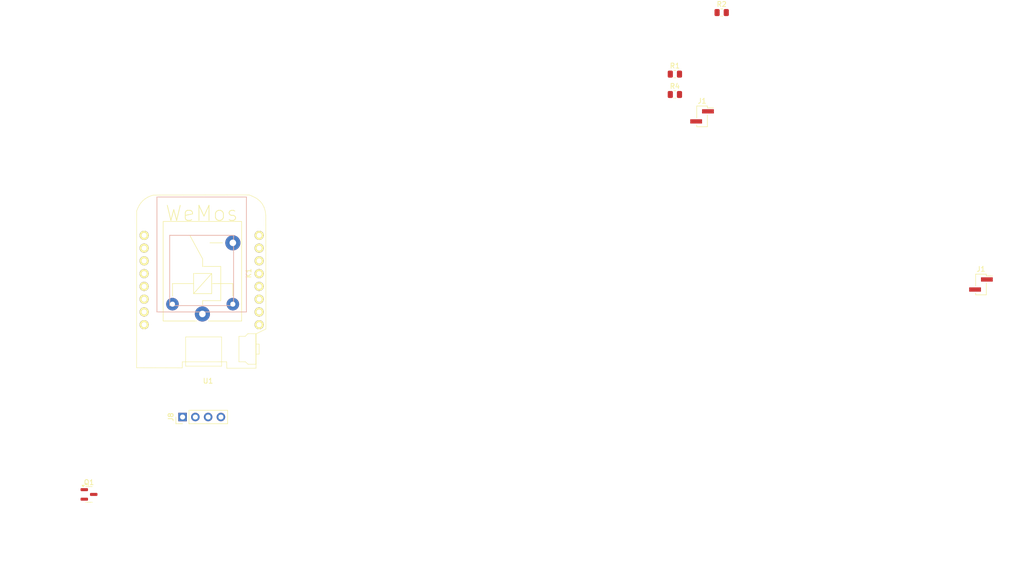
<source format=kicad_pcb>
(kicad_pcb (version 20221018) (generator pcbnew)
  (layers (0 "F.Cu" signal) (31 "B.Cu" signal) (34 "B.Paste" user) (35 "F.Paste" user) (36 "B.SilkS" user "B.Silkscreen") (37 "F.SilkS" user "F.Silkscreen") (38 "B.Mask" user) (39 "F.Mask" user) (44 "Edge.Cuts" user))
  (net 0 "")
  (net 1 "GND")
  (net 2 "+3V3")
  (net 3 "Net-(J1-Pin_1)")
  (net 4 "Net-(J1-Pin_2)")
  (net 5 "Net-(Q1-D)")
  (net 6 "+5V")
  (net 7 "Net-(Q1-G)")
  (net 8 "/RELAY")
  (net 9 "/SDA")
  (net 10 "/SCL")
  (footprint "Connector_PinHeader_2.00mm:PinHeader_1x02_P2.00mm_Vertical_SMD_Pin1Right" (layer "F.Cu") (at 150.312359 49.8904)
    (fp_text reference "J1" (at 0 -3.06) (layer "F.SilkS"))
    (fp_text value "Screw_Terminal_01x02")
    (fp_line (start -1.06 -2.06) (end -1.06 0.315) (stroke (width 0.12)) (layer "F.SilkS"))
    (fp_line (start -1.06 -2.06) (end 1.06 -2.06) (stroke (width 0.12)) (layer "F.SilkS"))
    (fp_line (start -1.06 1.685) (end -1.06 2.06) (stroke (width 0.12)) (layer "F.SilkS"))
    (fp_line (start -1.06 2.06) (end 1.06 2.06) (stroke (width 0.12)) (layer "F.SilkS"))
    (fp_line (start 1.06 -2.06) (end 1.06 -1.685) (stroke (width 0.12)) (layer "F.SilkS"))
    (fp_line (start 1.06 -1.685) (end 2.29 -1.685) (stroke (width 0.12)) (layer "F.SilkS"))
    (fp_line (start 1.06 -0.315) (end 1.06 2.06) (stroke (width 0.12)) (layer "F.SilkS"))
    (pad "1" smd rect (at 1.175 -1) (size 2.35 0.85) (layers "F.Cu" "F.Paste" "F.Mask") (net 3 "Net-(J1-Pin_1)"))
    (pad "2" smd rect (at -1.175 1) (size 2.35 0.85) (layers "F.Cu" "F.Paste" "F.Mask") (net 4 "Net-(J1-Pin_2)"))
  )
  (footprint "Connector_PinHeader_2.54mm:PinHeader_1x04_P2.54mm_Vertical" (layer "F.Cu") (at 47.06 109.7 90)
    (fp_text reference "J8" (at 0 -2.33 90) (layer "F.SilkS"))
    (fp_text value "Screw_Terminal_01x04")
    (fp_line (start -1.33 -1.33) (end 0 -1.33) (stroke (width 0.12)) (layer "F.SilkS"))
    (fp_line (start -1.33 0) (end -1.33 -1.33) (stroke (width 0.12)) (layer "F.SilkS"))
    (fp_line (start -1.33 1.27) (end -1.33 8.95) (stroke (width 0.12)) (layer "F.SilkS"))
    (fp_line (start -1.33 1.27) (end 1.33 1.27) (stroke (width 0.12)) (layer "F.SilkS"))
    (fp_line (start -1.33 8.95) (end 1.33 8.95) (stroke (width 0.12)) (layer "F.SilkS"))
    (fp_line (start 1.33 1.27) (end 1.33 8.95) (stroke (width 0.12)) (layer "F.SilkS"))
    (pad "1" thru_hole rect (at 0 0 90) (size 1.7 1.7) (drill 1) (layers "*.Cu" "*.Mask") (net 10 "/SCL"))
    (pad "2" thru_hole oval (at 0 2.54 90) (size 1.7 1.7) (drill 1) (layers "*.Cu" "*.Mask") (net 9 "/SDA"))
    (pad "3" thru_hole oval (at 0 5.08 90) (size 1.7 1.7) (drill 1) (layers "*.Cu" "*.Mask") (net 1 "GND"))
    (pad "4" thru_hole oval (at 0 7.62 90) (size 1.7 1.7) (drill 1) (layers "*.Cu" "*.Mask") (net 2 "+3V3"))
  )
  (footprint "Resistor_SMD:R_0805_2012Metric" (layer "F.Cu") (at 144.912359 41.4904)
    (fp_text reference "R1" (at 0 -1.65) (layer "F.SilkS"))
    (fp_text value "100K")
    (fp_line (start -0.227064 -0.735) (end 0.227064 -0.735) (stroke (width 0.12)) (layer "F.SilkS"))
    (fp_line (start -0.227064 0.735) (end 0.227064 0.735) (stroke (width 0.12)) (layer "F.SilkS"))
    (pad "1" smd roundrect (at -0.9125 0) (size 1.025 1.4) (layers "F.Cu" "F.Paste" "F.Mask") (roundrect_rratio 0.243902) (net 8 "/RELAY"))
    (pad "2" smd roundrect (at 0.9125 0) (size 1.025 1.4) (layers "F.Cu" "F.Paste" "F.Mask") (roundrect_rratio 0.243902) (net 7 "Net-(Q1-G)"))
  )
  (footprint "Resistor_SMD:R_0805_2012Metric" (layer "F.Cu") (at 154.212359 29.2404)
    (fp_text reference "R2" (at 0 -1.65) (layer "F.SilkS"))
    (fp_text value "4K8")
    (fp_line (start -0.227064 -0.735) (end 0.227064 -0.735) (stroke (width 0.12)) (layer "F.SilkS"))
    (fp_line (start -0.227064 0.735) (end 0.227064 0.735) (stroke (width 0.12)) (layer "F.SilkS"))
    (pad "1" smd roundrect (at -0.9125 0) (size 1.025 1.4) (layers "F.Cu" "F.Paste" "F.Mask") (roundrect_rratio 0.243902) (net 9 "/SDA"))
    (pad "2" smd roundrect (at 0.9125 0) (size 1.025 1.4) (layers "F.Cu" "F.Paste" "F.Mask") (roundrect_rratio 0.243902) (net 2 "+3V3"))
  )
  (footprint "Resistor_SMD:R_0805_2012Metric" (layer "F.Cu") (at 144.912359 45.5404)
    (fp_text reference "R4" (at 0 -1.65) (layer "F.SilkS"))
    (fp_text value "4K8")
    (fp_line (start -0.227064 -0.735) (end 0.227064 -0.735) (stroke (width 0.12)) (layer "F.SilkS"))
    (fp_line (start -0.227064 0.735) (end 0.227064 0.735) (stroke (width 0.12)) (layer "F.SilkS"))
    (pad "1" smd roundrect (at -0.9125 0) (size 1.025 1.4) (layers "F.Cu" "F.Paste" "F.Mask") (roundrect_rratio 0.243902) (net 10 "/SCL"))
    (pad "2" smd roundrect (at 0.9125 0) (size 1.025 1.4) (layers "F.Cu" "F.Paste" "F.Mask") (roundrect_rratio 0.243902) (net 2 "+3V3"))
  )
  (footprint "wemos_d1_mini:D1_mini_board" (layer "F.Cu") (at 50.8508 83.7184)
    (fp_text reference "U1" (at 1.27 18.81) (layer "F.SilkS"))
    (fp_text value "WeMos_mini")
    (fp_text user "WeMos" (at 0.030448 -14.511934) (layer "F.SilkS") (effects (font (size 3 3))))
    (fp_line (start -8.89 -17.78) (end -8.89 5.08) (stroke (width 0.15)) (layer "B.SilkS"))
    (fp_line (start -8.89 5.08) (end 8.89 5.08) (stroke (width 0.15)) (layer "B.SilkS"))
    (fp_line (start -6.35 -10.16) (end 6.35 -10.16) (stroke (width 0.15)) (layer "B.SilkS"))
    (fp_line (start -6.35 3.81) (end -6.35 -10.16) (stroke (width 0.15)) (layer "B.SilkS"))
    (fp_line (start 6.35 -10.16) (end 6.35 3.81) (stroke (width 0.15)) (layer "B.SilkS"))
    (fp_line (start 6.35 3.81) (end -6.35 3.81) (stroke (width 0.15)) (layer "B.SilkS"))
    (fp_line (start 8.89 -17.78) (end -8.89 -17.78) (stroke (width 0.15)) (layer "B.SilkS"))
    (fp_line (start 8.89 5.08) (end 8.89 -17.78) (stroke (width 0.15)) (layer "B.SilkS"))
    (fp_line (start -12.930193 16.176658) (end -12.916195 -14.993493) (stroke (width 0.1)) (layer "F.SilkS"))
    (fp_line (start -12.916195 -14.993493) (end -12.683384 -15.596286) (stroke (width 0.1)) (layer "F.SilkS"))
    (fp_line (start -12.683384 -15.596286) (end -12.399901 -16.141167) (stroke (width 0.1)) (layer "F.SilkS"))
    (fp_line (start -12.399901 -16.141167) (end -12.065253 -16.627577) (stroke (width 0.1)) (layer "F.SilkS"))
    (fp_line (start -12.065253 -16.627577) (end -11.678953 -17.054952) (stroke (width 0.1)) (layer "F.SilkS"))
    (fp_line (start -11.678953 -17.054952) (end -11.240512 -17.422741) (stroke (width 0.1)) (layer "F.SilkS"))
    (fp_line (start -11.240512 -17.422741) (end -10.74944 -17.730377) (stroke (width 0.1)) (layer "F.SilkS"))
    (fp_line (start -10.74944 -17.730377) (end -10.20525 -17.97731) (stroke (width 0.1)) (layer "F.SilkS"))
    (fp_line (start -10.20525 -17.97731) (end -9.607453 -18.162976) (stroke (width 0.1)) (layer "F.SilkS"))
    (fp_line (start -9.607453 -18.162976) (end 9.43046 -18.191734) (stroke (width 0.1)) (layer "F.SilkS"))
    (fp_line (start -3.851373 15.000483) (end -3.849397 16.202736) (stroke (width 0.1)) (layer "F.SilkS"))
    (fp_line (start -3.849397 16.202736) (end -12.930193 16.176658) (stroke (width 0.1)) (layer "F.SilkS"))
    (fp_line (start -3.17965 10.051451) (end 3.959931 10.051451) (stroke (width 0.1)) (layer "F.SilkS"))
    (fp_line (start -3.17965 15.865188) (end -3.17965 10.051451) (stroke (width 0.1)) (layer "F.SilkS"))
    (fp_line (start 3.959931 10.051451) (end 3.959931 15.865188) (stroke (width 0.1)) (layer "F.SilkS"))
    (fp_line (start 3.959931 15.865188) (end -3.17965 15.865188) (stroke (width 0.1)) (layer "F.SilkS"))
    (fp_line (start 4.979849 14.993795) (end -3.851373 15.000483) (stroke (width 0.1)) (layer "F.SilkS"))
    (fp_line (start 5.00618 16.277228) (end 4.979849 14.993795) (stroke (width 0.1)) (layer "F.SilkS"))
    (fp_line (start 7.40985 9.931515) (end 7.40985 14.993876) (stroke (width 0.1)) (layer "F.SilkS"))
    (fp_line (start 7.40985 14.993876) (end 8.697489 14.993876) (stroke (width 0.1)) (layer "F.SilkS"))
    (fp_line (start 8.662211 9.931515) (end 7.40985 9.931515) (stroke (width 0.1)) (layer "F.SilkS"))
    (fp_line (start 8.697489 14.993876) (end 9.226656 15.487765) (stroke (width 0.1)) (layer "F.SilkS"))
    (fp_line (start 9.191378 9.402349) (end 8.662211 9.931515) (stroke (width 0.1)) (layer "F.SilkS"))
    (fp_line (start 9.226656 15.487765) (end 10.796517 15.487765) (stroke (width 0.1)) (layer "F.SilkS"))
    (fp_line (start 9.43046 -18.191734) (end 10.049824 -17.957741) (stroke (width 0.1)) (layer "F.SilkS"))
    (fp_line (start 10.049824 -17.957741) (end 10.638018 -17.673258) (stroke (width 0.1)) (layer "F.SilkS"))
    (fp_line (start 10.638018 -17.673258) (end 11.181445 -17.323743) (stroke (width 0.1)) (layer "F.SilkS"))
    (fp_line (start 10.7436 9.402349) (end 9.191378 9.402349) (stroke (width 0.1)) (layer "F.SilkS"))
    (fp_line (start 10.778878 11.483738) (end 11.431517 11.483738) (stroke (width 0.1)) (layer "F.SilkS"))
    (fp_line (start 10.796517 15.487765) (end 10.7436 9.402349) (stroke (width 0.1)) (layer "F.SilkS"))
    (fp_line (start 10.817472 16.277228) (end 5.00618 16.277228) (stroke (width 0.1)) (layer "F.SilkS"))
    (fp_line (start 10.83248 9.424181) (end 10.802686 16.232524) (stroke (width 0.1)) (layer "F.SilkS"))
    (fp_line (start 11.181445 -17.323743) (end 11.666503 -16.894658) (stroke (width 0.1)) (layer "F.SilkS"))
    (fp_line (start 11.431517 11.483738) (end 11.431517 13.476932) (stroke (width 0.1)) (layer "F.SilkS"))
    (fp_line (start 11.431517 13.476932) (end 10.814156 13.476932) (stroke (width 0.1)) (layer "F.SilkS"))
    (fp_line (start 11.666503 -16.894658) (end 12.079595 -16.37146) (stroke (width 0.1)) (layer "F.SilkS"))
    (fp_line (start 12.079595 -16.37146) (end 12.407122 -15.739613) (stroke (width 0.1)) (layer "F.SilkS"))
    (fp_line (start 12.407122 -15.739613) (end 12.635482 -14.984575) (stroke (width 0.1)) (layer "F.SilkS"))
    (fp_line (start 12.635482 -14.984575) (end 12.751078 -14.091807) (stroke (width 0.1)) (layer "F.SilkS"))
    (fp_line (start 12.751078 -14.091807) (end 12.776026 8.463285) (stroke (width 0.1)) (layer "F.SilkS"))
    (fp_line (start 12.776026 8.463285) (end 10.83248 9.424181) (stroke (width 0.1)) (layer "F.SilkS"))
    (pad "1" thru_hole circle (at -11.43 7.62) (size 1.8 1.8) (drill 1.016) (layers "*.Cu" "*.Mask" "F.SilkS") (net 6 "+5V"))
    (pad "2" thru_hole circle (at -11.43 5.08) (size 1.8 1.8) (drill 1.016) (layers "*.Cu" "*.Mask" "F.SilkS") (net 1 "GND"))
    (pad "3" thru_hole circle (at -11.43 2.54) (size 1.8 1.8) (drill 1.016) (layers "*.Cu" "*.Mask" "F.SilkS"))
    (pad "4" thru_hole circle (at -11.43 0) (size 1.8 1.8) (drill 1.016) (layers "*.Cu" "*.Mask" "F.SilkS") (net 8 "/RELAY"))
    (pad "5" thru_hole circle (at -11.43 -2.54) (size 1.8 1.8) (drill 1.016) (layers "*.Cu" "*.Mask" "F.SilkS") (net 10 "/SCL"))
    (pad "6" thru_hole circle (at -11.43 -5.08) (size 1.8 1.8) (drill 1.016) (layers "*.Cu" "*.Mask" "F.SilkS") (net 9 "/SDA"))
    (pad "7" thru_hole circle (at -11.43 -7.62) (size 1.8 1.8) (drill 1.016) (layers "*.Cu" "*.Mask" "F.SilkS"))
    (pad "8" thru_hole circle (at -11.43 -10.16) (size 1.8 1.8) (drill 1.016) (layers "*.Cu" "*.Mask" "F.SilkS"))
    (pad "9" thru_hole circle (at 11.43 -10.16) (size 1.8 1.8) (drill 1.016) (layers "*.Cu" "*.Mask" "F.SilkS"))
    (pad "10" thru_hole circle (at 11.43 -7.62) (size 1.8 1.8) (drill 1.016) (layers "*.Cu" "*.Mask" "F.SilkS"))
    (pad "11" thru_hole circle (at 11.43 -5.08) (size 1.8 1.8) (drill 1.016) (layers "*.Cu" "*.Mask" "F.SilkS"))
    (pad "12" thru_hole circle (at 11.43 -2.54) (size 1.8 1.8) (drill 1.016) (layers "*.Cu" "*.Mask" "F.SilkS"))
    (pad "13" thru_hole circle (at 11.43 0) (size 1.8 1.8) (drill 1.016) (layers "*.Cu" "*.Mask" "F.SilkS"))
    (pad "14" thru_hole circle (at 11.43 2.54) (size 1.8 1.8) (drill 1.016) (layers "*.Cu" "*.Mask" "F.SilkS"))
    (pad "15" thru_hole circle (at 11.43 5.08) (size 1.8 1.8) (drill 1.016) (layers "*.Cu" "*.Mask" "F.SilkS"))
    (pad "16" thru_hole circle (at 11.43 7.62) (size 1.8 1.8) (drill 1.016) (layers "*.Cu" "*.Mask" "F.SilkS") (net 2 "+3V3"))
  )
  (footprint "Connector_PinHeader_2.00mm:PinHeader_1x02_P2.00mm_Vertical_SMD_Pin1Right" (layer "F.Cu") (at 205.749159 83.338)
    (fp_text reference "J1" (at 0 -3.06) (layer "F.SilkS"))
    (fp_text value "Screw_Terminal_01x02")
    (fp_line (start -1.06 -2.06) (end -1.06 0.315) (stroke (width 0.12)) (layer "F.SilkS"))
    (fp_line (start -1.06 -2.06) (end 1.06 -2.06) (stroke (width 0.12)) (layer "F.SilkS"))
    (fp_line (start -1.06 1.685) (end -1.06 2.06) (stroke (width 0.12)) (layer "F.SilkS"))
    (fp_line (start -1.06 2.06) (end 1.06 2.06) (stroke (width 0.12)) (layer "F.SilkS"))
    (fp_line (start 1.06 -2.06) (end 1.06 -1.685) (stroke (width 0.12)) (layer "F.SilkS"))
    (fp_line (start 1.06 -1.685) (end 2.29 -1.685) (stroke (width 0.12)) (layer "F.SilkS"))
    (fp_line (start 1.06 -0.315) (end 1.06 2.06) (stroke (width 0.12)) (layer "F.SilkS"))
    (pad "1" smd rect (at 1.175 -1) (size 2.35 0.85) (layers "F.Cu" "F.Paste" "F.Mask") (net 3 "Net-(J1-Pin_1)"))
    (pad "2" smd rect (at -1.175 1) (size 2.35 0.85) (layers "F.Cu" "F.Paste" "F.Mask") (net 4 "Net-(J1-Pin_2)"))
  )
  (footprint "Package_TO_SOT_SMD:SOT-23" (layer "F.Cu") (at 28.4625 125.1)
    (fp_text reference "Q1" (at 0 -2.4) (layer "F.SilkS"))
    (fp_text value "2N7002")
    (fp_line (start 0 -1.56) (end -0.65 -1.56) (stroke (width 0.12)) (layer "F.SilkS"))
    (fp_line (start 0 -1.56) (end 0.65 -1.56) (stroke (width 0.12)) (layer "F.SilkS"))
    (fp_line (start 0 1.56) (end -0.65 1.56) (stroke (width 0.12)) (layer "F.SilkS"))
    (fp_line (start 0 1.56) (end 0.65 1.56) (stroke (width 0.12)) (layer "F.SilkS"))
    (fp_poly (pts (xy -1.1625 -1.51) (xy -1.4025 -1.84) (xy -0.9225 -1.84) (xy -1.1625 -1.51)) (stroke (width 0.12)) (fill solid) (layer "F.SilkS"))
    (pad "1" smd roundrect (at -0.9375 -0.95) (size 1.475 0.6) (layers "F.Cu" "F.Paste" "F.Mask") (net 7 "Net-(Q1-G)"))
    (pad "2" smd roundrect (at -0.9375 0.95) (size 1.475 0.6) (layers "F.Cu" "F.Paste" "F.Mask") (net 1 "GND"))
    (pad "3" smd roundrect (at 0.9375 0) (size 1.475 0.6) (layers "F.Cu" "F.Paste" "F.Mask") (net 5 "Net-(Q1-D)"))
  )
  (footprint "Relay_THT:Relay_SPST_SANYOU_SRD_Series_Form_A" (layer "F.Cu") (at 51 89.2 90)
    (fp_text reference "K1" (at 8.1 9.2 90) (layer "F.SilkS"))
    (fp_text value "SANYOU_SRD_Form_A")
    (fp_line (start -1.4 -7.8) (end -1.4 -1.2) (stroke (width 0.12)) (layer "F.SilkS"))
    (fp_line (start -1.4 -7.8) (end 18.4 -7.8) (stroke (width 0.12)) (layer "F.SilkS"))
    (fp_line (start -1.4 1.2) (end -1.4 7.8) (stroke (width 0.12)) (layer "F.SilkS"))
    (fp_line (start 2.65 0.05) (end 1.85 0.05) (stroke (width 0.12)) (layer "F.SilkS"))
    (fp_line (start 2.65 0.05) (end 2.65 3.65) (stroke (width 0.12)) (layer "F.SilkS"))
    (fp_line (start 3.55 6.05) (end 6.05 6.05) (stroke (width 0.12)) (layer "F.SilkS"))
    (fp_line (start 4.05 -1.75) (end 8.05 -1.75) (stroke (width 0.12)) (layer "F.SilkS"))
    (fp_line (start 4.05 1.85) (end 4.05 -1.75) (stroke (width 0.12)) (layer "F.SilkS"))
    (fp_line (start 6.05 -5.95) (end 3.55 -5.95) (stroke (width 0.12)) (layer "F.SilkS"))
    (fp_line (start 6.05 -5.95) (end 6.05 -1.75) (stroke (width 0.12)) (layer "F.SilkS"))
    (fp_line (start 6.05 1.85) (end 6.05 6.05) (stroke (width 0.12)) (layer "F.SilkS"))
    (fp_line (start 8.05 -1.75) (end 8.05 1.85) (stroke (width 0.12)) (layer "F.SilkS"))
    (fp_line (start 8.05 1.85) (end 4.05 -1.75) (stroke (width 0.12)) (layer "F.SilkS"))
    (fp_line (start 8.05 1.85) (end 4.05 1.85) (stroke (width 0.12)) (layer "F.SilkS"))
    (fp_line (start 9.45 0.05) (end 9.45 3.65) (stroke (width 0.12)) (layer "F.SilkS"))
    (fp_line (start 9.45 0.05) (end 10.95 0.05) (stroke (width 0.12)) (layer "F.SilkS"))
    (fp_line (start 9.45 3.65) (end 2.65 3.65) (stroke (width 0.12)) (layer "F.SilkS"))
    (fp_line (start 10.95 0.05) (end 15.55 -2.45) (stroke (width 0.12)) (layer "F.SilkS"))
    (fp_line (start 14.15 1.5) (end 14.15 4) (stroke (width 0.12)) (layer "F.SilkS"))
    (fp_line (start 18.4 -7.8) (end 18.4 7.8) (stroke (width 0.12)) (layer "F.SilkS"))
    (fp_line (start 18.4 7.8) (end -1.4 7.8) (stroke (width 0.12)) (layer "F.SilkS"))
    (pad "1" thru_hole circle (at 0 0 180) (size 3 3) (drill 1.3) (layers "*.Cu" "*.Mask") (net 4 "Net-(J1-Pin_2)"))
    (pad "2" thru_hole circle (at 1.95 6.05 180) (size 2.5 2.5) (drill 1) (layers "*.Cu" "*.Mask") (net 5 "Net-(Q1-D)"))
    (pad "3" thru_hole circle (at 14.15 6.05 180) (size 3 3) (drill 1.3) (layers "*.Cu" "*.Mask") (net 3 "Net-(J1-Pin_1)"))
    (pad "5" thru_hole circle (at 1.95 -5.95 180) (size 2.5 2.5) (drill 1) (layers "*.Cu" "*.Mask") (net 6 "+5V"))
  )
)
</source>
